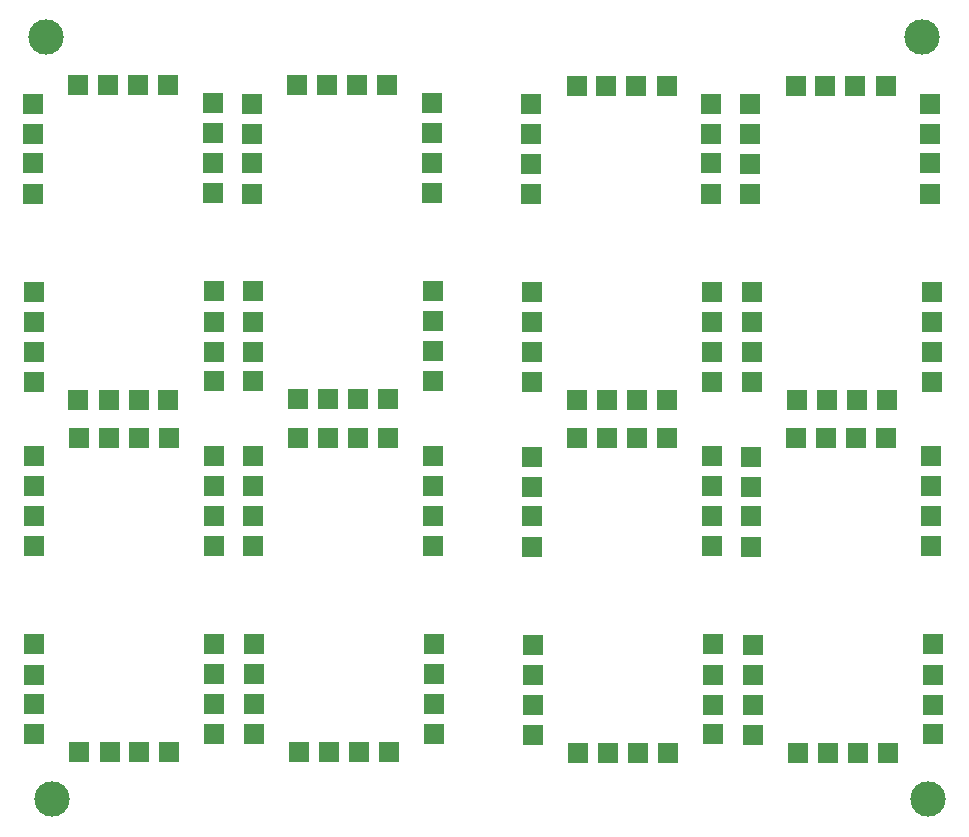
<source format=gbr>
%TF.GenerationSoftware,KiCad,Pcbnew,8.0.3*%
%TF.CreationDate,2024-06-16T14:02:55-05:00*%
%TF.ProjectId,EZ-VIK_panelized_panelized_panelized_panelized,455a2d56-494b-45f7-9061-6e656c697a65,rev?*%
%TF.SameCoordinates,Original*%
%TF.FileFunction,Soldermask,Bot*%
%TF.FilePolarity,Negative*%
%FSLAX46Y46*%
G04 Gerber Fmt 4.6, Leading zero omitted, Abs format (unit mm)*
G04 Created by KiCad (PCBNEW 8.0.3) date 2024-06-16 14:02:55*
%MOMM*%
%LPD*%
G01*
G04 APERTURE LIST*
%ADD10R,1.680000X1.680000*%
%ADD11C,3.000000*%
G04 APERTURE END LIST*
D10*
%TO.C,J2*%
X209928600Y-102722102D03*
X212478600Y-102722102D03*
X215013600Y-102722102D03*
X217548600Y-102722102D03*
%TD*%
%TO.C,J3*%
X145163478Y-55391411D03*
X145163478Y-52841411D03*
X145163478Y-50306411D03*
X145163478Y-47771411D03*
%TD*%
%TO.C,J1*%
X187487322Y-93576478D03*
X187487322Y-96126478D03*
X187487322Y-98661478D03*
X187487322Y-101196478D03*
%TD*%
%TO.C,J2*%
X175218978Y-76111511D03*
X172668978Y-76111511D03*
X170133978Y-76111511D03*
X167598978Y-76111511D03*
%TD*%
%TO.C,J2*%
X198800800Y-46250600D03*
X196250800Y-46250600D03*
X193715800Y-46250600D03*
X191180800Y-46250600D03*
%TD*%
%TO.C,J3*%
X179027500Y-63670700D03*
X179027500Y-66220700D03*
X179027500Y-68755700D03*
X179027500Y-71290700D03*
%TD*%
%TO.C,J2*%
X149090000Y-102707289D03*
X151640000Y-102707289D03*
X154175000Y-102707289D03*
X156710000Y-102707289D03*
%TD*%
%TO.C,J1*%
X179023978Y-85255511D03*
X179023978Y-82705511D03*
X179023978Y-80170511D03*
X179023978Y-77635511D03*
%TD*%
%TO.C,J2*%
X217342800Y-46250600D03*
X214792800Y-46250600D03*
X212257800Y-46250600D03*
X209722800Y-46250600D03*
%TD*%
%TO.C,J1*%
X163787500Y-63680700D03*
X163787500Y-66230700D03*
X163787500Y-68765700D03*
X163787500Y-71300700D03*
%TD*%
%TO.C,J1*%
X202605800Y-55394600D03*
X202605800Y-52844600D03*
X202605800Y-50309600D03*
X202605800Y-47774600D03*
%TD*%
%TO.C,J3*%
X179106000Y-93544800D03*
X179106000Y-96094800D03*
X179106000Y-98629800D03*
X179106000Y-101164800D03*
%TD*%
%TO.C,J3*%
X163705478Y-55391411D03*
X163705478Y-52841411D03*
X163705478Y-50306411D03*
X163705478Y-47771411D03*
%TD*%
%TO.C,J1*%
X202684300Y-85268700D03*
X202684300Y-82718700D03*
X202684300Y-80183700D03*
X202684300Y-77648700D03*
%TD*%
%TO.C,J2*%
X156598478Y-46237411D03*
X154048478Y-46237411D03*
X151513478Y-46237411D03*
X148978478Y-46237411D03*
%TD*%
%TO.C,J3*%
X205907800Y-55404600D03*
X205907800Y-52854600D03*
X205907800Y-50319600D03*
X205907800Y-47784600D03*
%TD*%
%TO.C,J2*%
X167671000Y-102698800D03*
X170221000Y-102698800D03*
X172756000Y-102698800D03*
X175291000Y-102698800D03*
%TD*%
%TO.C,J3*%
X202727322Y-93566478D03*
X202727322Y-96116478D03*
X202727322Y-98651478D03*
X202727322Y-101186478D03*
%TD*%
%TO.C,J3*%
X160525000Y-93553289D03*
X160525000Y-96103289D03*
X160525000Y-98638289D03*
X160525000Y-101173289D03*
%TD*%
%TO.C,J3*%
X187444300Y-85278700D03*
X187444300Y-82728700D03*
X187444300Y-80193700D03*
X187444300Y-77658700D03*
%TD*%
%TO.C,J2*%
X209850100Y-72848002D03*
X212400100Y-72848002D03*
X214935100Y-72848002D03*
X217470100Y-72848002D03*
%TD*%
%TO.C,J3*%
X163783978Y-85265511D03*
X163783978Y-82715511D03*
X163783978Y-80180511D03*
X163783978Y-77645511D03*
%TD*%
%TO.C,J3*%
X221363600Y-93568102D03*
X221363600Y-96118102D03*
X221363600Y-98653102D03*
X221363600Y-101188102D03*
%TD*%
%TO.C,J2*%
X156676978Y-76111511D03*
X154126978Y-76111511D03*
X151591978Y-76111511D03*
X149056978Y-76111511D03*
%TD*%
%TO.C,J3*%
X145241978Y-85265511D03*
X145241978Y-82715511D03*
X145241978Y-80180511D03*
X145241978Y-77645511D03*
%TD*%
%TO.C,J1*%
X145206500Y-63689189D03*
X145206500Y-66239189D03*
X145206500Y-68774189D03*
X145206500Y-71309189D03*
%TD*%
%TO.C,J3*%
X221285100Y-63694002D03*
X221285100Y-66244002D03*
X221285100Y-68779002D03*
X221285100Y-71314002D03*
%TD*%
%TO.C,J1*%
X160403478Y-55381411D03*
X160403478Y-52831411D03*
X160403478Y-50296411D03*
X160403478Y-47761411D03*
%TD*%
%TO.C,J2*%
X191292322Y-102720478D03*
X193842322Y-102720478D03*
X196377322Y-102720478D03*
X198912322Y-102720478D03*
%TD*%
%TO.C,J3*%
X160446500Y-63679189D03*
X160446500Y-66229189D03*
X160446500Y-68764189D03*
X160446500Y-71299189D03*
%TD*%
%TO.C,J2*%
X198879300Y-76124700D03*
X196329300Y-76124700D03*
X193794300Y-76124700D03*
X191259300Y-76124700D03*
%TD*%
%TO.C,J1*%
X206123600Y-93578102D03*
X206123600Y-96128102D03*
X206123600Y-98663102D03*
X206123600Y-101198102D03*
%TD*%
%TO.C,J1*%
X206045100Y-63704002D03*
X206045100Y-66254002D03*
X206045100Y-68789002D03*
X206045100Y-71324002D03*
%TD*%
%TO.C,J3*%
X187365800Y-55404600D03*
X187365800Y-52854600D03*
X187365800Y-50319600D03*
X187365800Y-47784600D03*
%TD*%
%TO.C,J3*%
X202648822Y-63692378D03*
X202648822Y-66242378D03*
X202648822Y-68777378D03*
X202648822Y-71312378D03*
%TD*%
%TO.C,J2*%
X167592500Y-72824700D03*
X170142500Y-72824700D03*
X172677500Y-72824700D03*
X175212500Y-72824700D03*
%TD*%
%TO.C,J1*%
X145285000Y-93563289D03*
X145285000Y-96113289D03*
X145285000Y-98648289D03*
X145285000Y-101183289D03*
%TD*%
%TO.C,J2*%
X175140478Y-46237411D03*
X172590478Y-46237411D03*
X170055478Y-46237411D03*
X167520478Y-46237411D03*
%TD*%
%TO.C,J2*%
X217421300Y-76124700D03*
X214871300Y-76124700D03*
X212336300Y-76124700D03*
X209801300Y-76124700D03*
%TD*%
%TO.C,J1*%
X178945478Y-55381411D03*
X178945478Y-52831411D03*
X178945478Y-50296411D03*
X178945478Y-47761411D03*
%TD*%
%TO.C,J3*%
X205986300Y-85278700D03*
X205986300Y-82728700D03*
X205986300Y-80193700D03*
X205986300Y-77658700D03*
%TD*%
%TO.C,J1*%
X163866000Y-93554800D03*
X163866000Y-96104800D03*
X163866000Y-98639800D03*
X163866000Y-101174800D03*
%TD*%
%TO.C,J1*%
X160481978Y-85255511D03*
X160481978Y-82705511D03*
X160481978Y-80170511D03*
X160481978Y-77635511D03*
%TD*%
%TO.C,J2*%
X149011500Y-72833189D03*
X151561500Y-72833189D03*
X154096500Y-72833189D03*
X156631500Y-72833189D03*
%TD*%
%TO.C,J2*%
X191213822Y-72846378D03*
X193763822Y-72846378D03*
X196298822Y-72846378D03*
X198833822Y-72846378D03*
%TD*%
%TO.C,J1*%
X187408822Y-63702378D03*
X187408822Y-66252378D03*
X187408822Y-68787378D03*
X187408822Y-71322378D03*
%TD*%
%TO.C,J1*%
X221147800Y-55394600D03*
X221147800Y-52844600D03*
X221147800Y-50309600D03*
X221147800Y-47774600D03*
%TD*%
%TO.C,J1*%
X221226300Y-85268700D03*
X221226300Y-82718700D03*
X221226300Y-80183700D03*
X221226300Y-77648700D03*
%TD*%
D11*
%TO.C,*%
X220472000Y-42164000D03*
%TD*%
%TO.C,*%
X146304000Y-42164000D03*
%TD*%
%TO.C,*%
X146812000Y-106680000D03*
%TD*%
%TO.C,*%
X220980000Y-106680000D03*
%TD*%
M02*

</source>
